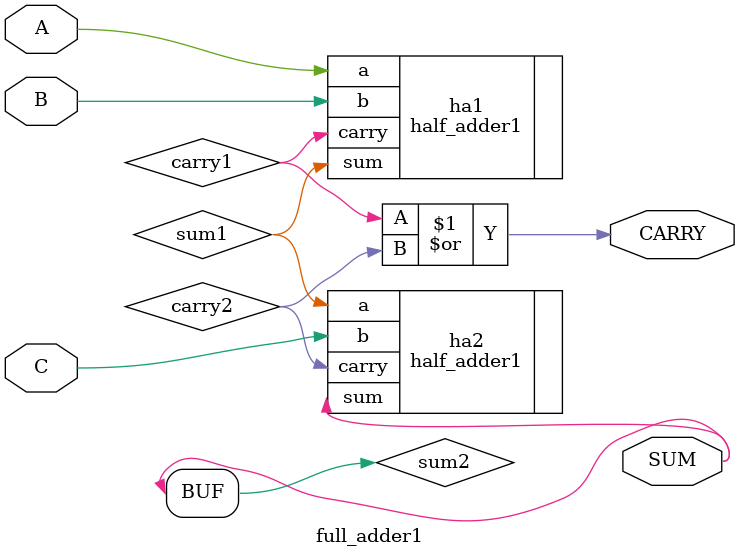
<source format=v>
`timescale 1ns / 1ps



module full_adder1(
 input A,
 input B,
 input C,
 output SUM,
 output CARRY);
 wire sum1,carry1,carry2,sum2;
 half_adder1 ha1(.a(A), .b(B), .sum(sum1), .carry(carry1) );
 half_adder1 ha2(.a(sum1), .b(C), .sum(SUM), .carry(carry2));
 assign SUM = sum2;
 assign CARRY = carry1 | carry2;
endmodule


</source>
